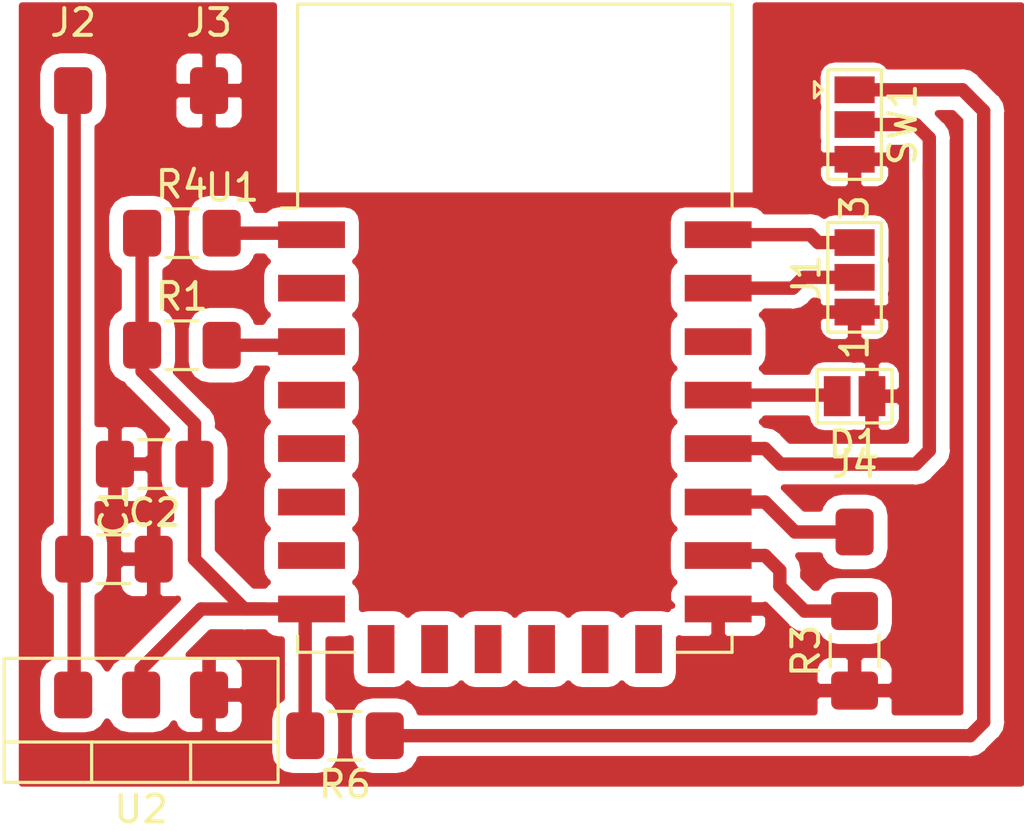
<source format=kicad_pcb>
(kicad_pcb (version 20171130) (host pcbnew "(5.0.1-3-g963ef8bb5)")

  (general
    (thickness 1.6)
    (drawings 1)
    (tracks 48)
    (zones 0)
    (modules 14)
    (nets 13)
  )

  (page A4)
  (layers
    (0 F.Cu signal)
    (31 B.Cu signal)
    (32 B.Adhes user)
    (33 F.Adhes user)
    (34 B.Paste user)
    (35 F.Paste user)
    (36 B.SilkS user)
    (37 F.SilkS user)
    (38 B.Mask user)
    (39 F.Mask user)
    (40 Dwgs.User user)
    (41 Cmts.User user)
    (42 Eco1.User user)
    (43 Eco2.User user)
    (44 Edge.Cuts user)
    (45 Margin user hide)
    (46 B.CrtYd user)
    (47 F.CrtYd user)
    (48 B.Fab user hide)
    (49 F.Fab user hide)
  )

  (setup
    (last_trace_width 0.5)
    (trace_clearance 0.5)
    (zone_clearance 0.508)
    (zone_45_only no)
    (trace_min 0.4)
    (segment_width 0.2)
    (edge_width 0.15)
    (via_size 0.8)
    (via_drill 0.4)
    (via_min_size 0.4)
    (via_min_drill 0.3)
    (uvia_size 0.3)
    (uvia_drill 0.1)
    (uvias_allowed no)
    (uvia_min_size 0.2)
    (uvia_min_drill 0.1)
    (pcb_text_width 0.3)
    (pcb_text_size 1.5 1.5)
    (mod_edge_width 0.15)
    (mod_text_size 1 1)
    (mod_text_width 0.15)
    (pad_size 1.425 1.75)
    (pad_drill 0)
    (pad_to_mask_clearance 0.051)
    (solder_mask_min_width 0.25)
    (aux_axis_origin 118.11 66.04)
    (grid_origin 118.11 66.04)
    (visible_elements FFEFFFFF)
    (pcbplotparams
      (layerselection 0x00000_7fffffff)
      (usegerberextensions false)
      (usegerberattributes false)
      (usegerberadvancedattributes false)
      (creategerberjobfile false)
      (excludeedgelayer false)
      (linewidth 0.100000)
      (plotframeref false)
      (viasonmask false)
      (mode 1)
      (useauxorigin false)
      (hpglpennumber 1)
      (hpglpenspeed 20)
      (hpglpendiameter 15.000000)
      (psnegative false)
      (psa4output false)
      (plotreference false)
      (plotvalue false)
      (plotinvisibletext false)
      (padsonsilk true)
      (subtractmaskfromsilk false)
      (outputformat 5)
      (mirror false)
      (drillshape 0)
      (scaleselection 1)
      (outputdirectory "/Users/markus/Library/Mobile Documents/com~apple~CloudDocs/projects/kicad/projects/esp-dmx-shield/"))
  )

  (net 0 "")
  (net 1 GND)
  (net 2 +5V)
  (net 3 +3V3)
  (net 4 "Net-(J1-Pad3)")
  (net 5 "Net-(J1-Pad2)")
  (net 6 "Net-(R1-Pad2)")
  (net 7 "Net-(R3-Pad2)")
  (net 8 "Net-(SW1-Pad2)")
  (net 9 "Net-(R4-Pad2)")
  (net 10 "Net-(R6-Pad1)")
  (net 11 "Net-(D1-Pad2)")
  (net 12 "Net-(J4-Pad1)")

  (net_class Default "This is the default net class."
    (clearance 0.5)
    (trace_width 0.5)
    (via_dia 0.8)
    (via_drill 0.4)
    (uvia_dia 0.3)
    (uvia_drill 0.1)
    (diff_pair_gap 0.45)
    (diff_pair_width 0.4)
    (add_net +3V3)
    (add_net +5V)
    (add_net GND)
    (add_net "Net-(D1-Pad2)")
    (add_net "Net-(J1-Pad2)")
    (add_net "Net-(J1-Pad3)")
    (add_net "Net-(J4-Pad1)")
    (add_net "Net-(R1-Pad2)")
    (add_net "Net-(R3-Pad2)")
    (add_net "Net-(R4-Pad2)")
    (add_net "Net-(R6-Pad1)")
    (add_net "Net-(SW1-Pad2)")
  )

  (module Capacitor_SMD:C_1206_3216Metric_Pad1.42x1.75mm_HandSolder (layer F.Cu) (tedit 5C51BB26) (tstamp 5C5A379E)
    (at 122.174 87.376)
    (descr "Capacitor SMD 1206 (3216 Metric), square (rectangular) end terminal, IPC_7351 nominal with elongated pad for handsoldering. (Body size source: http://www.tortai-tech.com/upload/download/2011102023233369053.pdf), generated with kicad-footprint-generator")
    (tags "capacitor handsolder")
    (path /5C4EE3AC)
    (attr smd)
    (fp_text reference C1 (at 0 -1.82 90) (layer F.SilkS)
      (effects (font (size 1 1) (thickness 0.15)))
    )
    (fp_text value 100nF (at 0 1.82) (layer F.Fab)
      (effects (font (size 1 1) (thickness 0.15)))
    )
    (fp_text user %R (at 0 0) (layer F.Fab)
      (effects (font (size 0.8 0.8) (thickness 0.12)))
    )
    (fp_line (start 2.45 1.12) (end -2.45 1.12) (layer F.CrtYd) (width 0.05))
    (fp_line (start 2.45 -1.12) (end 2.45 1.12) (layer F.CrtYd) (width 0.05))
    (fp_line (start -2.45 -1.12) (end 2.45 -1.12) (layer F.CrtYd) (width 0.05))
    (fp_line (start -2.45 1.12) (end -2.45 -1.12) (layer F.CrtYd) (width 0.05))
    (fp_line (start -0.602064 0.91) (end 0.602064 0.91) (layer F.SilkS) (width 0.12))
    (fp_line (start -0.602064 -0.91) (end 0.602064 -0.91) (layer F.SilkS) (width 0.12))
    (fp_line (start 1.6 0.8) (end -1.6 0.8) (layer F.Fab) (width 0.1))
    (fp_line (start 1.6 -0.8) (end 1.6 0.8) (layer F.Fab) (width 0.1))
    (fp_line (start -1.6 -0.8) (end 1.6 -0.8) (layer F.Fab) (width 0.1))
    (fp_line (start -1.6 0.8) (end -1.6 -0.8) (layer F.Fab) (width 0.1))
    (pad 2 smd roundrect (at 1.4875 0) (size 1.425 1.75) (layers F.Cu F.Paste F.Mask) (roundrect_rratio 0.175439)
      (net 1 GND))
    (pad 1 smd roundrect (at -1.4875 0) (size 1.425 1.75) (layers F.Cu F.Paste F.Mask) (roundrect_rratio 0.175439)
      (net 2 +5V))
    (model ${KISYS3DMOD}/Capacitor_SMD.3dshapes/C_1206_3216Metric.wrl
      (at (xyz 0 0 0))
      (scale (xyz 1 1 1))
      (rotate (xyz 0 0 0))
    )
  )

  (module Package_TO_SOT_THT:TO-220-3_Vertical (layer F.Cu) (tedit 5AC8BA0D) (tstamp 5C5E3027)
    (at 125.73 92.456 180)
    (descr "TO-220-3, Vertical, RM 2.54mm, see https://www.vishay.com/docs/66542/to-220-1.pdf")
    (tags "TO-220-3 Vertical RM 2.54mm")
    (path /5C51CDE9)
    (fp_text reference U2 (at 2.54 -4.27 180) (layer F.SilkS)
      (effects (font (size 1 1) (thickness 0.15)))
    )
    (fp_text value LD1117S33TR_SOT223 (at 2.54 2.5 180) (layer F.Fab)
      (effects (font (size 1 1) (thickness 0.15)))
    )
    (fp_text user %R (at 2.54 -4.27 180) (layer F.Fab)
      (effects (font (size 1 1) (thickness 0.15)))
    )
    (fp_line (start 7.79 -3.4) (end -2.71 -3.4) (layer F.CrtYd) (width 0.05))
    (fp_line (start 7.79 1.51) (end 7.79 -3.4) (layer F.CrtYd) (width 0.05))
    (fp_line (start -2.71 1.51) (end 7.79 1.51) (layer F.CrtYd) (width 0.05))
    (fp_line (start -2.71 -3.4) (end -2.71 1.51) (layer F.CrtYd) (width 0.05))
    (fp_line (start 4.391 -3.27) (end 4.391 -1.76) (layer F.SilkS) (width 0.12))
    (fp_line (start 0.69 -3.27) (end 0.69 -1.76) (layer F.SilkS) (width 0.12))
    (fp_line (start -2.58 -1.76) (end 7.66 -1.76) (layer F.SilkS) (width 0.12))
    (fp_line (start 7.66 -3.27) (end 7.66 1.371) (layer F.SilkS) (width 0.12))
    (fp_line (start -2.58 -3.27) (end -2.58 1.371) (layer F.SilkS) (width 0.12))
    (fp_line (start -2.58 1.371) (end 7.66 1.371) (layer F.SilkS) (width 0.12))
    (fp_line (start -2.58 -3.27) (end 7.66 -3.27) (layer F.SilkS) (width 0.12))
    (fp_line (start 4.39 -3.15) (end 4.39 -1.88) (layer F.Fab) (width 0.1))
    (fp_line (start 0.69 -3.15) (end 0.69 -1.88) (layer F.Fab) (width 0.1))
    (fp_line (start -2.46 -1.88) (end 7.54 -1.88) (layer F.Fab) (width 0.1))
    (fp_line (start 7.54 -3.15) (end -2.46 -3.15) (layer F.Fab) (width 0.1))
    (fp_line (start 7.54 1.25) (end 7.54 -3.15) (layer F.Fab) (width 0.1))
    (fp_line (start -2.46 1.25) (end 7.54 1.25) (layer F.Fab) (width 0.1))
    (fp_line (start -2.46 -3.15) (end -2.46 1.25) (layer F.Fab) (width 0.1))
    (pad 3 smd roundrect (at 5.08 0 180) (size 1.425 1.75) (layers F.Cu F.Paste F.Mask) (roundrect_rratio 0.175439)
      (net 2 +5V))
    (pad 2 smd roundrect (at 2.54 0 180) (size 1.425 1.75) (layers F.Cu F.Paste F.Mask) (roundrect_rratio 0.175439)
      (net 3 +3V3))
    (pad 1 smd roundrect (at 0 0 180) (size 1.425 1.75) (layers F.Cu F.Paste F.Mask) (roundrect_rratio 0.175439)
      (net 1 GND))
    (model ${KISYS3DMOD}/Package_TO_SOT_THT.3dshapes/TO-220-3_Vertical.wrl
      (at (xyz 0 0 0))
      (scale (xyz 1 1 1))
      (rotate (xyz 0 0 0))
    )
  )

  (module Capacitor_SMD:C_1206_3216Metric_Pad1.42x1.75mm_HandSolder (layer F.Cu) (tedit 5B301BBE) (tstamp 5C5A37AF)
    (at 123.698 83.82 180)
    (descr "Capacitor SMD 1206 (3216 Metric), square (rectangular) end terminal, IPC_7351 nominal with elongated pad for handsoldering. (Body size source: http://www.tortai-tech.com/upload/download/2011102023233369053.pdf), generated with kicad-footprint-generator")
    (tags "capacitor handsolder")
    (path /5C4DCDEE)
    (attr smd)
    (fp_text reference C2 (at 0 -1.82 180) (layer F.SilkS)
      (effects (font (size 1 1) (thickness 0.15)))
    )
    (fp_text value 100nF (at 0 1.82 180) (layer F.Fab)
      (effects (font (size 1 1) (thickness 0.15)))
    )
    (fp_line (start -1.6 0.8) (end -1.6 -0.8) (layer F.Fab) (width 0.1))
    (fp_line (start -1.6 -0.8) (end 1.6 -0.8) (layer F.Fab) (width 0.1))
    (fp_line (start 1.6 -0.8) (end 1.6 0.8) (layer F.Fab) (width 0.1))
    (fp_line (start 1.6 0.8) (end -1.6 0.8) (layer F.Fab) (width 0.1))
    (fp_line (start -0.602064 -0.91) (end 0.602064 -0.91) (layer F.SilkS) (width 0.12))
    (fp_line (start -0.602064 0.91) (end 0.602064 0.91) (layer F.SilkS) (width 0.12))
    (fp_line (start -2.45 1.12) (end -2.45 -1.12) (layer F.CrtYd) (width 0.05))
    (fp_line (start -2.45 -1.12) (end 2.45 -1.12) (layer F.CrtYd) (width 0.05))
    (fp_line (start 2.45 -1.12) (end 2.45 1.12) (layer F.CrtYd) (width 0.05))
    (fp_line (start 2.45 1.12) (end -2.45 1.12) (layer F.CrtYd) (width 0.05))
    (fp_text user %R (at 0 0 180) (layer F.Fab)
      (effects (font (size 0.8 0.8) (thickness 0.12)))
    )
    (pad 1 smd roundrect (at -1.4875 0 180) (size 1.425 1.75) (layers F.Cu F.Paste F.Mask) (roundrect_rratio 0.175439)
      (net 3 +3V3))
    (pad 2 smd roundrect (at 1.4875 0 180) (size 1.425 1.75) (layers F.Cu F.Paste F.Mask) (roundrect_rratio 0.175439)
      (net 1 GND))
    (model ${KISYS3DMOD}/Capacitor_SMD.3dshapes/C_1206_3216Metric.wrl
      (at (xyz 0 0 0))
      (scale (xyz 1 1 1))
      (rotate (xyz 0 0 0))
    )
  )

  (module Jumper:SolderJumper-3_P1.3mm_Open_Pad1.0x1.5mm_NumberLabels (layer F.Cu) (tedit 5A3F6CCC) (tstamp 5C5A37C0)
    (at 149.86 76.835 90)
    (descr "SMD Solder Jumper, 1x1.5mm Pads, 0.3mm gap, open, labeled with numbers")
    (tags "solder jumper open")
    (path /5C4DB517)
    (attr virtual)
    (fp_text reference J1 (at 0 -1.8 90) (layer F.SilkS)
      (effects (font (size 1 1) (thickness 0.15)))
    )
    (fp_text value Conn_01x03_Male (at 0 1.9 90) (layer F.Fab)
      (effects (font (size 1 1) (thickness 0.15)))
    )
    (fp_text user 3 (at 2.6 0 90) (layer F.SilkS)
      (effects (font (size 1 1) (thickness 0.15)))
    )
    (fp_text user 1 (at -2.6 0 90) (layer F.SilkS)
      (effects (font (size 1 1) (thickness 0.15)))
    )
    (fp_line (start -2.05 1) (end -2.05 -1) (layer F.SilkS) (width 0.12))
    (fp_line (start 2.05 1) (end -2.05 1) (layer F.SilkS) (width 0.12))
    (fp_line (start 2.05 -1) (end 2.05 1) (layer F.SilkS) (width 0.12))
    (fp_line (start -2.05 -1) (end 2.05 -1) (layer F.SilkS) (width 0.12))
    (fp_line (start -2.3 -1.25) (end 2.3 -1.25) (layer F.CrtYd) (width 0.05))
    (fp_line (start -2.3 -1.25) (end -2.3 1.25) (layer F.CrtYd) (width 0.05))
    (fp_line (start 2.3 1.25) (end 2.3 -1.25) (layer F.CrtYd) (width 0.05))
    (fp_line (start 2.3 1.25) (end -2.3 1.25) (layer F.CrtYd) (width 0.05))
    (pad 3 smd rect (at 1.3 0 90) (size 1 1.5) (layers F.Cu F.Mask)
      (net 4 "Net-(J1-Pad3)"))
    (pad 2 smd rect (at 0 0 90) (size 1 1.5) (layers F.Cu F.Mask)
      (net 5 "Net-(J1-Pad2)"))
    (pad 1 smd rect (at -1.3 0 90) (size 1 1.5) (layers F.Cu F.Mask)
      (net 1 GND))
  )

  (module Connector_Wire:SolderWirePad_1x01_Drill0.8mm (layer F.Cu) (tedit 5A2676A0) (tstamp 5C5A37CA)
    (at 120.65 69.85)
    (descr "Wire solder connection")
    (tags connector)
    (path /5C4EBE35)
    (attr virtual)
    (fp_text reference J2 (at 0 -2.54) (layer F.SilkS)
      (effects (font (size 1 1) (thickness 0.15)))
    )
    (fp_text value Conn_01x01_Male (at 0 2.54) (layer F.Fab)
      (effects (font (size 1 1) (thickness 0.15)))
    )
    (fp_text user %R (at 0 0) (layer F.Fab)
      (effects (font (size 1 1) (thickness 0.15)))
    )
    (fp_line (start -1.5 -1.5) (end 1.5 -1.5) (layer F.CrtYd) (width 0.05))
    (fp_line (start -1.5 -1.5) (end -1.5 1.5) (layer F.CrtYd) (width 0.05))
    (fp_line (start 1.5 1.5) (end 1.5 -1.5) (layer F.CrtYd) (width 0.05))
    (fp_line (start 1.5 1.5) (end -1.5 1.5) (layer F.CrtYd) (width 0.05))
    (pad 1 smd roundrect (at 0 0) (size 1.425 1.75) (layers F.Cu F.Paste F.Mask) (roundrect_rratio 0.175439)
      (net 2 +5V))
  )

  (module Connector_Wire:SolderWirePad_1x01_Drill0.8mm (layer F.Cu) (tedit 5A2676A0) (tstamp 5C5A37D4)
    (at 125.73 69.85)
    (descr "Wire solder connection")
    (tags connector)
    (path /5C4EC3CB)
    (attr virtual)
    (fp_text reference J3 (at 0 -2.54) (layer F.SilkS)
      (effects (font (size 1 1) (thickness 0.15)))
    )
    (fp_text value Conn_01x01_Male (at 0 2.54) (layer F.Fab)
      (effects (font (size 1 1) (thickness 0.15)))
    )
    (fp_line (start 1.5 1.5) (end -1.5 1.5) (layer F.CrtYd) (width 0.05))
    (fp_line (start 1.5 1.5) (end 1.5 -1.5) (layer F.CrtYd) (width 0.05))
    (fp_line (start -1.5 -1.5) (end -1.5 1.5) (layer F.CrtYd) (width 0.05))
    (fp_line (start -1.5 -1.5) (end 1.5 -1.5) (layer F.CrtYd) (width 0.05))
    (fp_text user %R (at 0 0) (layer F.Fab)
      (effects (font (size 1 1) (thickness 0.15)))
    )
    (pad 1 smd roundrect (at 0 0) (size 1.425 1.75) (layers F.Cu F.Paste F.Mask) (roundrect_rratio 0.175439)
      (net 1 GND))
  )

  (module Resistor_SMD:R_1206_3216Metric_Pad1.42x1.75mm_HandSolder (layer F.Cu) (tedit 5B301BBD) (tstamp 5C5A37E5)
    (at 124.714 79.375)
    (descr "Resistor SMD 1206 (3216 Metric), square (rectangular) end terminal, IPC_7351 nominal with elongated pad for handsoldering. (Body size source: http://www.tortai-tech.com/upload/download/2011102023233369053.pdf), generated with kicad-footprint-generator")
    (tags "resistor handsolder")
    (path /5C4DD5FD)
    (attr smd)
    (fp_text reference R1 (at 0 -1.82) (layer F.SilkS)
      (effects (font (size 1 1) (thickness 0.15)))
    )
    (fp_text value 4k7 (at 0 1.82) (layer F.Fab)
      (effects (font (size 1 1) (thickness 0.15)))
    )
    (fp_text user %R (at 0 0) (layer F.Fab)
      (effects (font (size 0.8 0.8) (thickness 0.12)))
    )
    (fp_line (start 2.45 1.12) (end -2.45 1.12) (layer F.CrtYd) (width 0.05))
    (fp_line (start 2.45 -1.12) (end 2.45 1.12) (layer F.CrtYd) (width 0.05))
    (fp_line (start -2.45 -1.12) (end 2.45 -1.12) (layer F.CrtYd) (width 0.05))
    (fp_line (start -2.45 1.12) (end -2.45 -1.12) (layer F.CrtYd) (width 0.05))
    (fp_line (start -0.602064 0.91) (end 0.602064 0.91) (layer F.SilkS) (width 0.12))
    (fp_line (start -0.602064 -0.91) (end 0.602064 -0.91) (layer F.SilkS) (width 0.12))
    (fp_line (start 1.6 0.8) (end -1.6 0.8) (layer F.Fab) (width 0.1))
    (fp_line (start 1.6 -0.8) (end 1.6 0.8) (layer F.Fab) (width 0.1))
    (fp_line (start -1.6 -0.8) (end 1.6 -0.8) (layer F.Fab) (width 0.1))
    (fp_line (start -1.6 0.8) (end -1.6 -0.8) (layer F.Fab) (width 0.1))
    (pad 2 smd roundrect (at 1.4875 0) (size 1.425 1.75) (layers F.Cu F.Paste F.Mask) (roundrect_rratio 0.175439)
      (net 6 "Net-(R1-Pad2)"))
    (pad 1 smd roundrect (at -1.4875 0) (size 1.425 1.75) (layers F.Cu F.Paste F.Mask) (roundrect_rratio 0.175439)
      (net 3 +3V3))
    (model ${KISYS3DMOD}/Resistor_SMD.3dshapes/R_1206_3216Metric.wrl
      (at (xyz 0 0 0))
      (scale (xyz 1 1 1))
      (rotate (xyz 0 0 0))
    )
  )

  (module Resistor_SMD:R_1206_3216Metric_Pad1.42x1.75mm_HandSolder (layer F.Cu) (tedit 5B301BBD) (tstamp 5C5A3807)
    (at 149.86 90.805 90)
    (descr "Resistor SMD 1206 (3216 Metric), square (rectangular) end terminal, IPC_7351 nominal with elongated pad for handsoldering. (Body size source: http://www.tortai-tech.com/upload/download/2011102023233369053.pdf), generated with kicad-footprint-generator")
    (tags "resistor handsolder")
    (path /5C4DC610)
    (attr smd)
    (fp_text reference R3 (at 0 -1.82 90) (layer F.SilkS)
      (effects (font (size 1 1) (thickness 0.15)))
    )
    (fp_text value 4k7 (at 0 1.82 90) (layer F.Fab)
      (effects (font (size 1 1) (thickness 0.15)))
    )
    (fp_line (start -1.6 0.8) (end -1.6 -0.8) (layer F.Fab) (width 0.1))
    (fp_line (start -1.6 -0.8) (end 1.6 -0.8) (layer F.Fab) (width 0.1))
    (fp_line (start 1.6 -0.8) (end 1.6 0.8) (layer F.Fab) (width 0.1))
    (fp_line (start 1.6 0.8) (end -1.6 0.8) (layer F.Fab) (width 0.1))
    (fp_line (start -0.602064 -0.91) (end 0.602064 -0.91) (layer F.SilkS) (width 0.12))
    (fp_line (start -0.602064 0.91) (end 0.602064 0.91) (layer F.SilkS) (width 0.12))
    (fp_line (start -2.45 1.12) (end -2.45 -1.12) (layer F.CrtYd) (width 0.05))
    (fp_line (start -2.45 -1.12) (end 2.45 -1.12) (layer F.CrtYd) (width 0.05))
    (fp_line (start 2.45 -1.12) (end 2.45 1.12) (layer F.CrtYd) (width 0.05))
    (fp_line (start 2.45 1.12) (end -2.45 1.12) (layer F.CrtYd) (width 0.05))
    (fp_text user %R (at 0 0 90) (layer F.Fab)
      (effects (font (size 0.8 0.8) (thickness 0.12)))
    )
    (pad 1 smd roundrect (at -1.4875 0 90) (size 1.425 1.75) (layers F.Cu F.Paste F.Mask) (roundrect_rratio 0.175439)
      (net 1 GND))
    (pad 2 smd roundrect (at 1.4875 0 90) (size 1.425 1.75) (layers F.Cu F.Paste F.Mask) (roundrect_rratio 0.175439)
      (net 7 "Net-(R3-Pad2)"))
    (model ${KISYS3DMOD}/Resistor_SMD.3dshapes/R_1206_3216Metric.wrl
      (at (xyz 0 0 0))
      (scale (xyz 1 1 1))
      (rotate (xyz 0 0 0))
    )
  )

  (module Resistor_SMD:R_1206_3216Metric_Pad1.42x1.75mm_HandSolder (layer F.Cu) (tedit 5B301BBD) (tstamp 5C5A3818)
    (at 124.714 75.184)
    (descr "Resistor SMD 1206 (3216 Metric), square (rectangular) end terminal, IPC_7351 nominal with elongated pad for handsoldering. (Body size source: http://www.tortai-tech.com/upload/download/2011102023233369053.pdf), generated with kicad-footprint-generator")
    (tags "resistor handsolder")
    (path /5C4DCDF9)
    (attr smd)
    (fp_text reference R4 (at 0 -1.82) (layer F.SilkS)
      (effects (font (size 1 1) (thickness 0.15)))
    )
    (fp_text value 4k7 (at 0 1.82) (layer F.Fab)
      (effects (font (size 1 1) (thickness 0.15)))
    )
    (fp_text user %R (at 0 0) (layer F.Fab)
      (effects (font (size 0.8 0.8) (thickness 0.12)))
    )
    (fp_line (start 2.45 1.12) (end -2.45 1.12) (layer F.CrtYd) (width 0.05))
    (fp_line (start 2.45 -1.12) (end 2.45 1.12) (layer F.CrtYd) (width 0.05))
    (fp_line (start -2.45 -1.12) (end 2.45 -1.12) (layer F.CrtYd) (width 0.05))
    (fp_line (start -2.45 1.12) (end -2.45 -1.12) (layer F.CrtYd) (width 0.05))
    (fp_line (start -0.602064 0.91) (end 0.602064 0.91) (layer F.SilkS) (width 0.12))
    (fp_line (start -0.602064 -0.91) (end 0.602064 -0.91) (layer F.SilkS) (width 0.12))
    (fp_line (start 1.6 0.8) (end -1.6 0.8) (layer F.Fab) (width 0.1))
    (fp_line (start 1.6 -0.8) (end 1.6 0.8) (layer F.Fab) (width 0.1))
    (fp_line (start -1.6 -0.8) (end 1.6 -0.8) (layer F.Fab) (width 0.1))
    (fp_line (start -1.6 0.8) (end -1.6 -0.8) (layer F.Fab) (width 0.1))
    (pad 2 smd roundrect (at 1.4875 0) (size 1.425 1.75) (layers F.Cu F.Paste F.Mask) (roundrect_rratio 0.175439)
      (net 9 "Net-(R4-Pad2)"))
    (pad 1 smd roundrect (at -1.4875 0) (size 1.425 1.75) (layers F.Cu F.Paste F.Mask) (roundrect_rratio 0.175439)
      (net 3 +3V3))
    (model ${KISYS3DMOD}/Resistor_SMD.3dshapes/R_1206_3216Metric.wrl
      (at (xyz 0 0 0))
      (scale (xyz 1 1 1))
      (rotate (xyz 0 0 0))
    )
  )

  (module Resistor_SMD:R_1206_3216Metric_Pad1.42x1.75mm_HandSolder (layer F.Cu) (tedit 5B301BBD) (tstamp 5C5A3829)
    (at 130.81 93.98 180)
    (descr "Resistor SMD 1206 (3216 Metric), square (rectangular) end terminal, IPC_7351 nominal with elongated pad for handsoldering. (Body size source: http://www.tortai-tech.com/upload/download/2011102023233369053.pdf), generated with kicad-footprint-generator")
    (tags "resistor handsolder")
    (path /5C4DEC88)
    (attr smd)
    (fp_text reference R6 (at 0 -1.82 180) (layer F.SilkS)
      (effects (font (size 1 1) (thickness 0.15)))
    )
    (fp_text value 4k7 (at 0 1.82 180) (layer F.Fab)
      (effects (font (size 1 1) (thickness 0.15)))
    )
    (fp_line (start -1.6 0.8) (end -1.6 -0.8) (layer F.Fab) (width 0.1))
    (fp_line (start -1.6 -0.8) (end 1.6 -0.8) (layer F.Fab) (width 0.1))
    (fp_line (start 1.6 -0.8) (end 1.6 0.8) (layer F.Fab) (width 0.1))
    (fp_line (start 1.6 0.8) (end -1.6 0.8) (layer F.Fab) (width 0.1))
    (fp_line (start -0.602064 -0.91) (end 0.602064 -0.91) (layer F.SilkS) (width 0.12))
    (fp_line (start -0.602064 0.91) (end 0.602064 0.91) (layer F.SilkS) (width 0.12))
    (fp_line (start -2.45 1.12) (end -2.45 -1.12) (layer F.CrtYd) (width 0.05))
    (fp_line (start -2.45 -1.12) (end 2.45 -1.12) (layer F.CrtYd) (width 0.05))
    (fp_line (start 2.45 -1.12) (end 2.45 1.12) (layer F.CrtYd) (width 0.05))
    (fp_line (start 2.45 1.12) (end -2.45 1.12) (layer F.CrtYd) (width 0.05))
    (fp_text user %R (at 0 0 180) (layer F.Fab)
      (effects (font (size 0.8 0.8) (thickness 0.12)))
    )
    (pad 1 smd roundrect (at -1.4875 0 180) (size 1.425 1.75) (layers F.Cu F.Paste F.Mask) (roundrect_rratio 0.175439)
      (net 10 "Net-(R6-Pad1)"))
    (pad 2 smd roundrect (at 1.4875 0 180) (size 1.425 1.75) (layers F.Cu F.Paste F.Mask) (roundrect_rratio 0.175439)
      (net 3 +3V3))
    (model ${KISYS3DMOD}/Resistor_SMD.3dshapes/R_1206_3216Metric.wrl
      (at (xyz 0 0 0))
      (scale (xyz 1 1 1))
      (rotate (xyz 0 0 0))
    )
  )

  (module Jumper:SolderJumper-3_P1.3mm_Open_Pad1.0x1.5mm (layer F.Cu) (tedit 5C4DCDE4) (tstamp 5C5A383B)
    (at 149.86 71.12 270)
    (descr "SMD Solder 3-pad Jumper, 1x1.5mm Pads, 0.3mm gap, open")
    (tags "solder jumper open")
    (path /5C4DFB1D)
    (attr virtual)
    (fp_text reference SW1 (at 0 -1.8 270) (layer F.SilkS)
      (effects (font (size 1 1) (thickness 0.15)))
    )
    (fp_text value SW_SPDT (at 0 2 270) (layer F.Fab)
      (effects (font (size 1 1) (thickness 0.15)))
    )
    (fp_line (start -1.3 1.2) (end -1 1.5) (layer F.SilkS) (width 0.12))
    (fp_line (start -1.6 1.5) (end -1 1.5) (layer F.SilkS) (width 0.12))
    (fp_line (start -1.3 1.2) (end -1.6 1.5) (layer F.SilkS) (width 0.12))
    (fp_line (start -2.05 1) (end -2.05 -1) (layer F.SilkS) (width 0.12))
    (fp_line (start 2.05 1) (end -2.05 1) (layer F.SilkS) (width 0.12))
    (fp_line (start 2.05 -1) (end 2.05 1) (layer F.SilkS) (width 0.12))
    (fp_line (start -2.05 -1) (end 2.05 -1) (layer F.SilkS) (width 0.12))
    (fp_line (start -2.3 -1.25) (end 2.3 -1.25) (layer F.CrtYd) (width 0.05))
    (fp_line (start -2.3 -1.25) (end -2.3 1.25) (layer F.CrtYd) (width 0.05))
    (fp_line (start 2.3 1.25) (end 2.3 -1.25) (layer F.CrtYd) (width 0.05))
    (fp_line (start 2.3 1.25) (end -2.3 1.25) (layer F.CrtYd) (width 0.05))
    (pad 3 smd rect (at 1.3 0 270) (size 1 1.5) (layers F.Cu F.Mask)
      (net 1 GND))
    (pad 2 smd rect (at 0 0 270) (size 1 1.5) (layers F.Cu F.Mask)
      (net 8 "Net-(SW1-Pad2)"))
    (pad 1 smd rect (at -1.3 0 270) (size 1 1.5) (layers F.Cu F.Mask)
      (net 10 "Net-(R6-Pad1)"))
  )

  (module RF_Module:ESP-12E (layer F.Cu) (tedit 5A030172) (tstamp 5C5A3876)
    (at 137.16 78.74)
    (descr "Wi-Fi Module, http://wiki.ai-thinker.com/_media/esp8266/docs/aithinker_esp_12f_datasheet_en.pdf")
    (tags "Wi-Fi Module")
    (path /5C4DAD3D)
    (attr smd)
    (fp_text reference U1 (at -10.56 -5.26) (layer F.SilkS)
      (effects (font (size 1 1) (thickness 0.15)))
    )
    (fp_text value ESP-12E (at -0.06 -12.78) (layer F.Fab)
      (effects (font (size 1 1) (thickness 0.15)))
    )
    (fp_text user Antenna (at -0.06 -7 180) (layer Cmts.User)
      (effects (font (size 1 1) (thickness 0.15)))
    )
    (fp_text user "KEEP-OUT ZONE" (at 0.03 -9.55 180) (layer Cmts.User)
      (effects (font (size 1 1) (thickness 0.15)))
    )
    (fp_text user %R (at 0.49 -0.8) (layer F.Fab)
      (effects (font (size 1 1) (thickness 0.15)))
    )
    (fp_line (start -8 -12) (end 8 -12) (layer F.Fab) (width 0.12))
    (fp_line (start 8 -12) (end 8 12) (layer F.Fab) (width 0.12))
    (fp_line (start 8 12) (end -8 12) (layer F.Fab) (width 0.12))
    (fp_line (start -8 12) (end -8 -3) (layer F.Fab) (width 0.12))
    (fp_line (start -8 -3) (end -7.5 -3.5) (layer F.Fab) (width 0.12))
    (fp_line (start -7.5 -3.5) (end -8 -4) (layer F.Fab) (width 0.12))
    (fp_line (start -8 -4) (end -8 -12) (layer F.Fab) (width 0.12))
    (fp_line (start -9.05 -12.2) (end 9.05 -12.2) (layer F.CrtYd) (width 0.05))
    (fp_line (start 9.05 -12.2) (end 9.05 13.1) (layer F.CrtYd) (width 0.05))
    (fp_line (start 9.05 13.1) (end -9.05 13.1) (layer F.CrtYd) (width 0.05))
    (fp_line (start -9.05 13.1) (end -9.05 -12.2) (layer F.CrtYd) (width 0.05))
    (fp_line (start -8.12 -12.12) (end 8.12 -12.12) (layer F.SilkS) (width 0.12))
    (fp_line (start 8.12 -12.12) (end 8.12 -4.5) (layer F.SilkS) (width 0.12))
    (fp_line (start 8.12 11.5) (end 8.12 12.12) (layer F.SilkS) (width 0.12))
    (fp_line (start 8.12 12.12) (end 6 12.12) (layer F.SilkS) (width 0.12))
    (fp_line (start -6 12.12) (end -8.12 12.12) (layer F.SilkS) (width 0.12))
    (fp_line (start -8.12 12.12) (end -8.12 11.5) (layer F.SilkS) (width 0.12))
    (fp_line (start -8.12 -4.5) (end -8.12 -12.12) (layer F.SilkS) (width 0.12))
    (fp_line (start -8.12 -4.5) (end -8.73 -4.5) (layer F.SilkS) (width 0.12))
    (fp_line (start -8.12 -12.12) (end 8.12 -12.12) (layer Dwgs.User) (width 0.12))
    (fp_line (start 8.12 -12.12) (end 8.12 -4.8) (layer Dwgs.User) (width 0.12))
    (fp_line (start 8.12 -4.8) (end -8.12 -4.8) (layer Dwgs.User) (width 0.12))
    (fp_line (start -8.12 -4.8) (end -8.12 -12.12) (layer Dwgs.User) (width 0.12))
    (fp_line (start -8.12 -9.12) (end -5.12 -12.12) (layer Dwgs.User) (width 0.12))
    (fp_line (start -8.12 -6.12) (end -2.12 -12.12) (layer Dwgs.User) (width 0.12))
    (fp_line (start -6.44 -4.8) (end 0.88 -12.12) (layer Dwgs.User) (width 0.12))
    (fp_line (start -3.44 -4.8) (end 3.88 -12.12) (layer Dwgs.User) (width 0.12))
    (fp_line (start -0.44 -4.8) (end 6.88 -12.12) (layer Dwgs.User) (width 0.12))
    (fp_line (start 2.56 -4.8) (end 8.12 -10.36) (layer Dwgs.User) (width 0.12))
    (fp_line (start 5.56 -4.8) (end 8.12 -7.36) (layer Dwgs.User) (width 0.12))
    (pad 1 smd rect (at -7.6 -3.5) (size 2.5 1) (layers F.Cu F.Paste F.Mask)
      (net 9 "Net-(R4-Pad2)"))
    (pad 2 smd rect (at -7.6 -1.5) (size 2.5 1) (layers F.Cu F.Paste F.Mask))
    (pad 3 smd rect (at -7.6 0.5) (size 2.5 1) (layers F.Cu F.Paste F.Mask)
      (net 6 "Net-(R1-Pad2)"))
    (pad 4 smd rect (at -7.6 2.5) (size 2.5 1) (layers F.Cu F.Paste F.Mask))
    (pad 5 smd rect (at -7.6 4.5) (size 2.5 1) (layers F.Cu F.Paste F.Mask))
    (pad 6 smd rect (at -7.6 6.5) (size 2.5 1) (layers F.Cu F.Paste F.Mask))
    (pad 7 smd rect (at -7.6 8.5) (size 2.5 1) (layers F.Cu F.Paste F.Mask))
    (pad 8 smd rect (at -7.6 10.5) (size 2.5 1) (layers F.Cu F.Paste F.Mask)
      (net 3 +3V3))
    (pad 9 smd rect (at -5 12) (size 1 1.8) (layers F.Cu F.Paste F.Mask))
    (pad 10 smd rect (at -3 12) (size 1 1.8) (layers F.Cu F.Paste F.Mask))
    (pad 11 smd rect (at -1 12) (size 1 1.8) (layers F.Cu F.Paste F.Mask))
    (pad 12 smd rect (at 1 12) (size 1 1.8) (layers F.Cu F.Paste F.Mask))
    (pad 13 smd rect (at 3 12) (size 1 1.8) (layers F.Cu F.Paste F.Mask))
    (pad 14 smd rect (at 5 12) (size 1 1.8) (layers F.Cu F.Paste F.Mask))
    (pad 15 smd rect (at 7.6 10.5) (size 2.5 1) (layers F.Cu F.Paste F.Mask)
      (net 1 GND))
    (pad 16 smd rect (at 7.6 8.5) (size 2.5 1) (layers F.Cu F.Paste F.Mask)
      (net 7 "Net-(R3-Pad2)"))
    (pad 17 smd rect (at 7.6 6.5) (size 2.5 1) (layers F.Cu F.Paste F.Mask)
      (net 12 "Net-(J4-Pad1)"))
    (pad 18 smd rect (at 7.6 4.5) (size 2.5 1) (layers F.Cu F.Paste F.Mask)
      (net 8 "Net-(SW1-Pad2)"))
    (pad 19 smd rect (at 7.6 2.5) (size 2.5 1) (layers F.Cu F.Paste F.Mask)
      (net 11 "Net-(D1-Pad2)"))
    (pad 20 smd rect (at 7.6 0.5) (size 2.5 1) (layers F.Cu F.Paste F.Mask))
    (pad 21 smd rect (at 7.6 -1.5) (size 2.5 1) (layers F.Cu F.Paste F.Mask)
      (net 5 "Net-(J1-Pad2)"))
    (pad 22 smd rect (at 7.6 -3.5) (size 2.5 1) (layers F.Cu F.Paste F.Mask)
      (net 4 "Net-(J1-Pad3)"))
    (model ${KISYS3DMOD}/RF_Module.3dshapes/ESP-12E.wrl
      (at (xyz 0 0 0))
      (scale (xyz 1 1 1))
      (rotate (xyz 0 0 0))
    )
  )

  (module Jumper:SolderJumper-2_P1.3mm_Open_Pad1.0x1.5mm (layer F.Cu) (tedit 5A3EABFC) (tstamp 5C5A3055)
    (at 149.86 81.28 180)
    (descr "SMD Solder Jumper, 1x1.5mm Pads, 0.3mm gap, open")
    (tags "solder jumper open")
    (path /5C502D68)
    (attr virtual)
    (fp_text reference D1 (at 0 -1.8 180) (layer F.SilkS)
      (effects (font (size 1 1) (thickness 0.15)))
    )
    (fp_text value LED (at 0 1.9 180) (layer F.Fab)
      (effects (font (size 1 1) (thickness 0.15)))
    )
    (fp_line (start -1.4 1) (end -1.4 -1) (layer F.SilkS) (width 0.12))
    (fp_line (start 1.4 1) (end -1.4 1) (layer F.SilkS) (width 0.12))
    (fp_line (start 1.4 -1) (end 1.4 1) (layer F.SilkS) (width 0.12))
    (fp_line (start -1.4 -1) (end 1.4 -1) (layer F.SilkS) (width 0.12))
    (fp_line (start -1.65 -1.25) (end 1.65 -1.25) (layer F.CrtYd) (width 0.05))
    (fp_line (start -1.65 -1.25) (end -1.65 1.25) (layer F.CrtYd) (width 0.05))
    (fp_line (start 1.65 1.25) (end 1.65 -1.25) (layer F.CrtYd) (width 0.05))
    (fp_line (start 1.65 1.25) (end -1.65 1.25) (layer F.CrtYd) (width 0.05))
    (pad 2 smd rect (at 0.65 0 180) (size 1 1.5) (layers F.Cu F.Mask)
      (net 11 "Net-(D1-Pad2)"))
    (pad 1 smd rect (at -0.65 0 180) (size 1 1.5) (layers F.Cu F.Mask)
      (net 1 GND))
  )

  (module Connector_Wire:SolderWirePad_1x01_Drill0.8mm (layer F.Cu) (tedit 5A2676A0) (tstamp 5C5A305F)
    (at 149.86 86.36)
    (descr "Wire solder connection")
    (tags connector)
    (path /5C4F6D43)
    (attr virtual)
    (fp_text reference J4 (at 0 -2.54) (layer F.SilkS)
      (effects (font (size 1 1) (thickness 0.15)))
    )
    (fp_text value Conn_01x01_Male (at 0 2.54) (layer F.Fab)
      (effects (font (size 1 1) (thickness 0.15)))
    )
    (fp_text user %R (at 0 0) (layer F.Fab)
      (effects (font (size 1 1) (thickness 0.15)))
    )
    (fp_line (start -1.5 -1.5) (end 1.5 -1.5) (layer F.CrtYd) (width 0.05))
    (fp_line (start -1.5 -1.5) (end -1.5 1.5) (layer F.CrtYd) (width 0.05))
    (fp_line (start 1.5 1.5) (end 1.5 -1.5) (layer F.CrtYd) (width 0.05))
    (fp_line (start 1.5 1.5) (end -1.5 1.5) (layer F.CrtYd) (width 0.05))
    (pad 1 smd roundrect (at 0 0) (size 1.425 1.75) (layers F.Cu F.Paste F.Mask) (roundrect_rratio 0.175439)
      (net 12 "Net-(J4-Pad1)"))
  )

  (gr_poly (pts (xy 118.618 66.548) (xy 156.21 66.548) (xy 156.21 96.012) (xy 118.618 96.012)) (layer Margin) (width 0.15))

  (segment (start 125.6935 92.0385) (end 125.73 92.075) (width 0.5) (layer F.Cu) (net 1))
  (segment (start 120.6865 92.4195) (end 120.65 92.456) (width 0.5) (layer F.Cu) (net 2))
  (segment (start 120.6865 87.376) (end 120.6865 92.4195) (width 0.5) (layer F.Cu) (net 2))
  (segment (start 120.6865 69.8865) (end 120.6865 87.376) (width 0.5) (layer F.Cu) (net 2))
  (segment (start 129.3225 93.98) (end 129.3225 89.4775) (width 0.5) (layer F.Cu) (net 3))
  (segment (start 125.1855 87.376) (end 125.1855 83.82) (width 0.5) (layer F.Cu) (net 3))
  (segment (start 127.0495 89.24) (end 125.1855 87.376) (width 0.5) (layer F.Cu) (net 3))
  (segment (start 129.56 89.24) (end 127.0495 89.24) (width 0.5) (layer F.Cu) (net 3))
  (segment (start 125.431 89.24) (end 127.81 89.24) (width 0.5) (layer F.Cu) (net 3))
  (segment (start 123.19 91.481) (end 125.431 89.24) (width 0.5) (layer F.Cu) (net 3))
  (segment (start 123.19 92.456) (end 123.19 91.481) (width 0.5) (layer F.Cu) (net 3))
  (segment (start 123.2265 75.184) (end 123.2265 79.375) (width 0.5) (layer F.Cu) (net 3))
  (segment (start 125.1855 82.309) (end 125.1855 83.82) (width 0.5) (layer F.Cu) (net 3))
  (segment (start 123.2265 80.35) (end 125.1855 82.309) (width 0.5) (layer F.Cu) (net 3))
  (segment (start 123.2265 79.375) (end 123.2265 80.35) (width 0.5) (layer F.Cu) (net 3))
  (segment (start 148.203 75.24) (end 144.76 75.24) (width 0.5) (layer F.Cu) (net 4))
  (segment (start 148.498 75.535) (end 148.203 75.24) (width 0.5) (layer F.Cu) (net 4))
  (segment (start 149.86 75.535) (end 148.498 75.535) (width 0.5) (layer F.Cu) (net 4))
  (segment (start 144.76 77.24) (end 147.55 77.24) (width 0.5) (layer F.Cu) (net 5))
  (segment (start 147.955 76.835) (end 149.86 76.835) (width 0.5) (layer F.Cu) (net 5))
  (segment (start 147.55 77.24) (end 147.955 76.835) (width 0.5) (layer F.Cu) (net 5))
  (segment (start 126.2015 79.375) (end 129.425 79.375) (width 0.5) (layer F.Cu) (net 6))
  (segment (start 146.51 87.24) (end 147.066 87.796) (width 0.5) (layer F.Cu) (net 7))
  (segment (start 144.76 87.24) (end 146.51 87.24) (width 0.5) (layer F.Cu) (net 7))
  (segment (start 147.066 87.796) (end 147.066 88.392) (width 0.5) (layer F.Cu) (net 7))
  (segment (start 147.9915 89.3175) (end 149.86 89.3175) (width 0.5) (layer F.Cu) (net 7))
  (segment (start 147.066 88.392) (end 147.9915 89.3175) (width 0.5) (layer F.Cu) (net 7))
  (segment (start 146.51 83.24) (end 147.09 83.82) (width 0.5) (layer F.Cu) (net 8))
  (segment (start 144.76 83.24) (end 146.51 83.24) (width 0.5) (layer F.Cu) (net 8))
  (segment (start 147.09 83.82) (end 152.146 83.82) (width 0.5) (layer F.Cu) (net 8))
  (segment (start 152.146 83.82) (end 152.654 83.312) (width 0.5) (layer F.Cu) (net 8))
  (segment (start 152.654 71.628) (end 152.654 73.152) (width 0.5) (layer F.Cu) (net 8))
  (segment (start 149.86 71.12) (end 152.146 71.12) (width 0.5) (layer F.Cu) (net 8))
  (segment (start 152.146 71.12) (end 152.654 71.628) (width 0.5) (layer F.Cu) (net 8))
  (segment (start 152.654 73.152) (end 152.654 72.613998) (width 0.5) (layer F.Cu) (net 8))
  (segment (start 152.654 83.312) (end 152.654 73.152) (width 0.5) (layer F.Cu) (net 8))
  (segment (start 129.504 75.184) (end 129.56 75.24) (width 0.5) (layer F.Cu) (net 9))
  (segment (start 126.2015 75.184) (end 129.504 75.184) (width 0.5) (layer F.Cu) (net 9))
  (segment (start 153.894 69.82) (end 149.86 69.82) (width 0.5) (layer F.Cu) (net 10))
  (segment (start 154.686 93.472) (end 154.686 70.612) (width 0.5) (layer F.Cu) (net 10))
  (segment (start 154.686 70.612) (end 153.894 69.82) (width 0.5) (layer F.Cu) (net 10))
  (segment (start 154.178 93.98) (end 154.686 93.472) (width 0.5) (layer F.Cu) (net 10))
  (segment (start 132.2975 93.98) (end 154.178 93.98) (width 0.5) (layer F.Cu) (net 10))
  (segment (start 149.17 81.24) (end 149.21 81.28) (width 0.5) (layer F.Cu) (net 11))
  (segment (start 144.76 81.24) (end 149.17 81.24) (width 0.5) (layer F.Cu) (net 11))
  (segment (start 147.63 86.36) (end 149.86 86.36) (width 0.5) (layer F.Cu) (net 12))
  (segment (start 146.51 85.24) (end 147.63 86.36) (width 0.5) (layer F.Cu) (net 12))
  (segment (start 144.76 85.24) (end 146.51 85.24) (width 0.5) (layer F.Cu) (net 12))

  (zone (net 1) (net_name GND) (layer F.Cu) (tstamp 5C5EFB00) (hatch edge 0.508)
    (connect_pads (clearance 0.508))
    (min_thickness 0.254)
    (fill yes (arc_segments 16) (thermal_gap 0.508) (thermal_bridge_width 0.508))
    (polygon
      (pts
        (xy 128.27 66.548) (xy 118.618 66.548) (xy 118.618 95.885) (xy 156.21 95.885) (xy 156.21 66.548)
        (xy 146.05 66.548) (xy 146.05 73.66) (xy 128.27 73.66)
      )
    )
    (filled_polygon
      (pts
        (xy 128.143 73.66) (xy 128.152667 73.708601) (xy 128.180197 73.749803) (xy 128.221399 73.777333) (xy 128.27 73.787)
        (xy 146.05 73.787) (xy 146.098601 73.777333) (xy 146.139803 73.749803) (xy 146.167333 73.708601) (xy 146.177 73.66)
        (xy 146.177 72.70575) (xy 148.475 72.70575) (xy 148.475 73.046309) (xy 148.571673 73.279698) (xy 148.750301 73.458327)
        (xy 148.98369 73.555) (xy 149.57425 73.555) (xy 149.733 73.39625) (xy 149.733 72.547) (xy 149.987 72.547)
        (xy 149.987 73.39625) (xy 150.14575 73.555) (xy 150.73631 73.555) (xy 150.969699 73.458327) (xy 151.148327 73.279698)
        (xy 151.245 73.046309) (xy 151.245 72.70575) (xy 151.08625 72.547) (xy 149.987 72.547) (xy 149.733 72.547)
        (xy 148.63375 72.547) (xy 148.475 72.70575) (xy 146.177 72.70575) (xy 146.177 66.675) (xy 156.083 66.675)
        (xy 156.083 95.758) (xy 118.745 95.758) (xy 118.745 69.225) (xy 119.29006 69.225) (xy 119.29006 70.475)
        (xy 119.358374 70.818435) (xy 119.552914 71.109586) (xy 119.8015 71.275685) (xy 119.801501 85.974703) (xy 119.589414 86.116414)
        (xy 119.394874 86.407565) (xy 119.32656 86.751) (xy 119.32656 88.001) (xy 119.394874 88.344435) (xy 119.589414 88.635586)
        (xy 119.8015 88.777297) (xy 119.801501 91.030314) (xy 119.552914 91.196414) (xy 119.358374 91.487565) (xy 119.29006 91.831)
        (xy 119.29006 93.081) (xy 119.358374 93.424435) (xy 119.552914 93.715586) (xy 119.844065 93.910126) (xy 120.1875 93.97844)
        (xy 121.1125 93.97844) (xy 121.455935 93.910126) (xy 121.747086 93.715586) (xy 121.92 93.456801) (xy 122.092914 93.715586)
        (xy 122.384065 93.910126) (xy 122.7275 93.97844) (xy 123.6525 93.97844) (xy 123.995935 93.910126) (xy 124.287086 93.715586)
        (xy 124.412028 93.528596) (xy 124.479173 93.690699) (xy 124.657802 93.869327) (xy 124.891191 93.966) (xy 125.44425 93.966)
        (xy 125.603 93.80725) (xy 125.603 92.583) (xy 125.857 92.583) (xy 125.857 93.80725) (xy 126.01575 93.966)
        (xy 126.568809 93.966) (xy 126.802198 93.869327) (xy 126.980827 93.690699) (xy 127.0775 93.45731) (xy 127.0775 92.74175)
        (xy 126.91875 92.583) (xy 125.857 92.583) (xy 125.603 92.583) (xy 125.583 92.583) (xy 125.583 92.329)
        (xy 125.603 92.329) (xy 125.603 91.10475) (xy 125.857 91.10475) (xy 125.857 92.329) (xy 126.91875 92.329)
        (xy 127.0775 92.17025) (xy 127.0775 91.45469) (xy 126.980827 91.221301) (xy 126.802198 91.042673) (xy 126.568809 90.946)
        (xy 126.01575 90.946) (xy 125.857 91.10475) (xy 125.603 91.10475) (xy 125.44425 90.946) (xy 124.976579 90.946)
        (xy 125.797579 90.125) (xy 126.96234 90.125) (xy 127.049499 90.142337) (xy 127.136659 90.125) (xy 127.803541 90.125)
        (xy 127.852191 90.197809) (xy 128.062235 90.338157) (xy 128.31 90.38744) (xy 128.437501 90.38744) (xy 128.4375 92.578703)
        (xy 128.225414 92.720414) (xy 128.030874 93.011565) (xy 127.96256 93.355) (xy 127.96256 94.605) (xy 128.030874 94.948435)
        (xy 128.225414 95.239586) (xy 128.516565 95.434126) (xy 128.86 95.50244) (xy 129.785 95.50244) (xy 130.128435 95.434126)
        (xy 130.419586 95.239586) (xy 130.614126 94.948435) (xy 130.68244 94.605) (xy 130.68244 93.355) (xy 130.614126 93.011565)
        (xy 130.419586 92.720414) (xy 130.2075 92.578703) (xy 130.2075 90.38744) (xy 130.81 90.38744) (xy 131.01256 90.347149)
        (xy 131.01256 91.64) (xy 131.061843 91.887765) (xy 131.202191 92.097809) (xy 131.412235 92.238157) (xy 131.66 92.28744)
        (xy 132.66 92.28744) (xy 132.907765 92.238157) (xy 133.117809 92.097809) (xy 133.16 92.034666) (xy 133.202191 92.097809)
        (xy 133.412235 92.238157) (xy 133.66 92.28744) (xy 134.66 92.28744) (xy 134.907765 92.238157) (xy 135.117809 92.097809)
        (xy 135.16 92.034666) (xy 135.202191 92.097809) (xy 135.412235 92.238157) (xy 135.66 92.28744) (xy 136.66 92.28744)
        (xy 136.907765 92.238157) (xy 137.117809 92.097809) (xy 137.16 92.034666) (xy 137.202191 92.097809) (xy 137.412235 92.238157)
        (xy 137.66 92.28744) (xy 138.66 92.28744) (xy 138.907765 92.238157) (xy 139.117809 92.097809) (xy 139.16 92.034666)
        (xy 139.202191 92.097809) (xy 139.412235 92.238157) (xy 139.66 92.28744) (xy 140.66 92.28744) (xy 140.907765 92.238157)
        (xy 141.117809 92.097809) (xy 141.16 92.034666) (xy 141.202191 92.097809) (xy 141.412235 92.238157) (xy 141.66 92.28744)
        (xy 142.66 92.28744) (xy 142.907765 92.238157) (xy 143.117809 92.097809) (xy 143.258157 91.887765) (xy 143.30744 91.64)
        (xy 143.30744 91.453691) (xy 148.35 91.453691) (xy 148.35 92.00675) (xy 148.50875 92.1655) (xy 149.733 92.1655)
        (xy 149.733 91.10375) (xy 149.987 91.10375) (xy 149.987 92.1655) (xy 151.21125 92.1655) (xy 151.37 92.00675)
        (xy 151.37 91.453691) (xy 151.273327 91.220302) (xy 151.094699 91.041673) (xy 150.86131 90.945) (xy 150.14575 90.945)
        (xy 149.987 91.10375) (xy 149.733 91.10375) (xy 149.57425 90.945) (xy 148.85869 90.945) (xy 148.625301 91.041673)
        (xy 148.446673 91.220302) (xy 148.35 91.453691) (xy 143.30744 91.453691) (xy 143.30744 90.343416) (xy 143.383691 90.375)
        (xy 144.47425 90.375) (xy 144.633 90.21625) (xy 144.633 89.367) (xy 144.887 89.367) (xy 144.887 90.21625)
        (xy 145.04575 90.375) (xy 146.136309 90.375) (xy 146.369698 90.278327) (xy 146.548327 90.099699) (xy 146.645 89.86631)
        (xy 146.645 89.52575) (xy 146.48625 89.367) (xy 144.887 89.367) (xy 144.633 89.367) (xy 144.613 89.367)
        (xy 144.613 89.113) (xy 144.633 89.113) (xy 144.633 89.093) (xy 144.887 89.093) (xy 144.887 89.113)
        (xy 146.48625 89.113) (xy 146.510836 89.088414) (xy 147.304077 89.881656) (xy 147.353451 89.955549) (xy 147.427344 90.004923)
        (xy 147.427345 90.004924) (xy 147.604709 90.123435) (xy 147.64619 90.151152) (xy 147.904335 90.2025) (xy 147.904339 90.2025)
        (xy 147.9915 90.219837) (xy 148.078661 90.2025) (xy 148.458703 90.2025) (xy 148.600414 90.414586) (xy 148.891565 90.609126)
        (xy 149.235 90.67744) (xy 150.485 90.67744) (xy 150.828435 90.609126) (xy 151.119586 90.414586) (xy 151.314126 90.123435)
        (xy 151.38244 89.78) (xy 151.38244 88.855) (xy 151.314126 88.511565) (xy 151.119586 88.220414) (xy 150.828435 88.025874)
        (xy 150.485 87.95756) (xy 149.235 87.95756) (xy 148.891565 88.025874) (xy 148.600414 88.220414) (xy 148.458703 88.4325)
        (xy 148.358079 88.4325) (xy 147.951 88.025422) (xy 147.951 87.883161) (xy 147.968337 87.796) (xy 147.951 87.708839)
        (xy 147.951 87.708835) (xy 147.899652 87.45069) (xy 147.762214 87.245) (xy 148.551778 87.245) (xy 148.568374 87.328435)
        (xy 148.762914 87.619586) (xy 149.054065 87.814126) (xy 149.3975 87.88244) (xy 150.3225 87.88244) (xy 150.665935 87.814126)
        (xy 150.957086 87.619586) (xy 151.151626 87.328435) (xy 151.21994 86.985) (xy 151.21994 85.735) (xy 151.151626 85.391565)
        (xy 150.957086 85.100414) (xy 150.665935 84.905874) (xy 150.3225 84.83756) (xy 149.3975 84.83756) (xy 149.054065 84.905874)
        (xy 148.762914 85.100414) (xy 148.568374 85.391565) (xy 148.551778 85.475) (xy 147.996579 85.475) (xy 147.226578 84.705)
        (xy 152.058839 84.705) (xy 152.146 84.722337) (xy 152.233161 84.705) (xy 152.233165 84.705) (xy 152.49131 84.653652)
        (xy 152.784049 84.458049) (xy 152.833425 84.384153) (xy 153.218154 83.999424) (xy 153.292049 83.950049) (xy 153.487652 83.65731)
        (xy 153.539 83.399165) (xy 153.539 83.399161) (xy 153.556337 83.312001) (xy 153.539 83.224841) (xy 153.539 71.715159)
        (xy 153.556337 71.627999) (xy 153.539 71.540839) (xy 153.539 71.540835) (xy 153.487652 71.28269) (xy 153.292049 70.989951)
        (xy 153.218154 70.940576) (xy 152.982578 70.705) (xy 153.527422 70.705) (xy 153.801001 70.97858) (xy 153.801 93.095)
        (xy 151.37 93.095) (xy 151.37 92.57825) (xy 151.21125 92.4195) (xy 149.987 92.4195) (xy 149.987 92.4395)
        (xy 149.733 92.4395) (xy 149.733 92.4195) (xy 148.50875 92.4195) (xy 148.35 92.57825) (xy 148.35 93.095)
        (xy 133.605722 93.095) (xy 133.589126 93.011565) (xy 133.394586 92.720414) (xy 133.103435 92.525874) (xy 132.76 92.45756)
        (xy 131.835 92.45756) (xy 131.491565 92.525874) (xy 131.200414 92.720414) (xy 131.005874 93.011565) (xy 130.93756 93.355)
        (xy 130.93756 94.605) (xy 131.005874 94.948435) (xy 131.200414 95.239586) (xy 131.491565 95.434126) (xy 131.835 95.50244)
        (xy 132.76 95.50244) (xy 133.103435 95.434126) (xy 133.394586 95.239586) (xy 133.589126 94.948435) (xy 133.605722 94.865)
        (xy 154.090839 94.865) (xy 154.178 94.882337) (xy 154.265161 94.865) (xy 154.265165 94.865) (xy 154.52331 94.813652)
        (xy 154.816049 94.618049) (xy 154.865425 94.544153) (xy 155.250154 94.159424) (xy 155.324049 94.110049) (xy 155.519652 93.81731)
        (xy 155.571 93.559165) (xy 155.571 93.559161) (xy 155.588337 93.472001) (xy 155.571 93.384841) (xy 155.571 70.699159)
        (xy 155.588337 70.611999) (xy 155.571 70.524839) (xy 155.571 70.524835) (xy 155.519652 70.26669) (xy 155.324049 69.973951)
        (xy 155.250156 69.924577) (xy 154.581425 69.255847) (xy 154.532049 69.181951) (xy 154.23931 68.986348) (xy 153.981165 68.935)
        (xy 153.981161 68.935) (xy 153.894 68.917663) (xy 153.806839 68.935) (xy 151.116459 68.935) (xy 151.067809 68.862191)
        (xy 150.857765 68.721843) (xy 150.61 68.67256) (xy 149.11 68.67256) (xy 148.862235 68.721843) (xy 148.652191 68.862191)
        (xy 148.511843 69.072235) (xy 148.46256 69.32) (xy 148.46256 70.32) (xy 148.492397 70.47) (xy 148.46256 70.62)
        (xy 148.46256 71.62) (xy 148.489936 71.757632) (xy 148.475 71.793691) (xy 148.475 72.13425) (xy 148.63375 72.293)
        (xy 149.733 72.293) (xy 149.733 72.273) (xy 149.987 72.273) (xy 149.987 72.293) (xy 151.08625 72.293)
        (xy 151.245 72.13425) (xy 151.245 72.005) (xy 151.769 72.005) (xy 151.769001 72.52683) (xy 151.769 72.526833)
        (xy 151.769 73.239164) (xy 151.769001 73.239169) (xy 151.769 82.935) (xy 147.456579 82.935) (xy 147.197425 82.675846)
        (xy 147.148049 82.601951) (xy 146.85531 82.406348) (xy 146.597165 82.355) (xy 146.597161 82.355) (xy 146.51 82.337663)
        (xy 146.505476 82.338563) (xy 146.467809 82.282191) (xy 146.404666 82.24) (xy 146.467809 82.197809) (xy 146.516459 82.125)
        (xy 148.081456 82.125) (xy 148.111843 82.277765) (xy 148.252191 82.487809) (xy 148.462235 82.628157) (xy 148.71 82.67744)
        (xy 149.71 82.67744) (xy 149.847632 82.650064) (xy 149.883691 82.665) (xy 150.22425 82.665) (xy 150.383 82.50625)
        (xy 150.383 81.407) (xy 150.637 81.407) (xy 150.637 82.50625) (xy 150.79575 82.665) (xy 151.136309 82.665)
        (xy 151.369698 82.568327) (xy 151.548327 82.389699) (xy 151.645 82.15631) (xy 151.645 81.56575) (xy 151.48625 81.407)
        (xy 150.637 81.407) (xy 150.383 81.407) (xy 150.363 81.407) (xy 150.363 81.153) (xy 150.383 81.153)
        (xy 150.383 80.05375) (xy 150.637 80.05375) (xy 150.637 81.153) (xy 151.48625 81.153) (xy 151.645 80.99425)
        (xy 151.645 80.40369) (xy 151.548327 80.170301) (xy 151.369698 79.991673) (xy 151.136309 79.895) (xy 150.79575 79.895)
        (xy 150.637 80.05375) (xy 150.383 80.05375) (xy 150.22425 79.895) (xy 149.883691 79.895) (xy 149.847632 79.909936)
        (xy 149.71 79.88256) (xy 148.71 79.88256) (xy 148.462235 79.931843) (xy 148.252191 80.072191) (xy 148.111843 80.282235)
        (xy 148.097369 80.355) (xy 146.516459 80.355) (xy 146.467809 80.282191) (xy 146.404666 80.24) (xy 146.467809 80.197809)
        (xy 146.608157 79.987765) (xy 146.65744 79.74) (xy 146.65744 78.74) (xy 146.608157 78.492235) (xy 146.560392 78.42075)
        (xy 148.475 78.42075) (xy 148.475 78.761309) (xy 148.571673 78.994698) (xy 148.750301 79.173327) (xy 148.98369 79.27)
        (xy 149.57425 79.27) (xy 149.733 79.11125) (xy 149.733 78.262) (xy 149.987 78.262) (xy 149.987 79.11125)
        (xy 150.14575 79.27) (xy 150.73631 79.27) (xy 150.969699 79.173327) (xy 151.148327 78.994698) (xy 151.245 78.761309)
        (xy 151.245 78.42075) (xy 151.08625 78.262) (xy 149.987 78.262) (xy 149.733 78.262) (xy 148.63375 78.262)
        (xy 148.475 78.42075) (xy 146.560392 78.42075) (xy 146.467809 78.282191) (xy 146.404666 78.24) (xy 146.467809 78.197809)
        (xy 146.516459 78.125) (xy 147.462839 78.125) (xy 147.55 78.142337) (xy 147.637161 78.125) (xy 147.637165 78.125)
        (xy 147.89531 78.073652) (xy 148.188049 77.878049) (xy 148.237425 77.804153) (xy 148.321578 77.72) (xy 148.475 77.72)
        (xy 148.475 77.84925) (xy 148.63375 78.008) (xy 149.733 78.008) (xy 149.733 77.988) (xy 149.987 77.988)
        (xy 149.987 78.008) (xy 151.08625 78.008) (xy 151.245 77.84925) (xy 151.245 77.508691) (xy 151.230064 77.472632)
        (xy 151.25744 77.335) (xy 151.25744 76.335) (xy 151.227603 76.185) (xy 151.25744 76.035) (xy 151.25744 75.035)
        (xy 151.208157 74.787235) (xy 151.067809 74.577191) (xy 150.857765 74.436843) (xy 150.61 74.38756) (xy 149.11 74.38756)
        (xy 148.862235 74.436843) (xy 148.728092 74.526475) (xy 148.54831 74.406348) (xy 148.290165 74.355) (xy 148.290161 74.355)
        (xy 148.203 74.337663) (xy 148.115839 74.355) (xy 146.516459 74.355) (xy 146.467809 74.282191) (xy 146.257765 74.141843)
        (xy 146.01 74.09256) (xy 143.51 74.09256) (xy 143.262235 74.141843) (xy 143.052191 74.282191) (xy 142.911843 74.492235)
        (xy 142.86256 74.74) (xy 142.86256 75.74) (xy 142.911843 75.987765) (xy 143.052191 76.197809) (xy 143.115334 76.24)
        (xy 143.052191 76.282191) (xy 142.911843 76.492235) (xy 142.86256 76.74) (xy 142.86256 77.74) (xy 142.911843 77.987765)
        (xy 143.052191 78.197809) (xy 143.115334 78.24) (xy 143.052191 78.282191) (xy 142.911843 78.492235) (xy 142.86256 78.74)
        (xy 142.86256 79.74) (xy 142.911843 79.987765) (xy 143.052191 80.197809) (xy 143.115334 80.24) (xy 143.052191 80.282191)
        (xy 142.911843 80.492235) (xy 142.86256 80.74) (xy 142.86256 81.74) (xy 142.911843 81.987765) (xy 143.052191 82.197809)
        (xy 143.115334 82.24) (xy 143.052191 82.282191) (xy 142.911843 82.492235) (xy 142.86256 82.74) (xy 142.86256 83.74)
        (xy 142.911843 83.987765) (xy 143.052191 84.197809) (xy 143.115334 84.24) (xy 143.052191 84.282191) (xy 142.911843 84.492235)
        (xy 142.86256 84.74) (xy 142.86256 85.74) (xy 142.911843 85.987765) (xy 143.052191 86.197809) (xy 143.115334 86.24)
        (xy 143.052191 86.282191) (xy 142.911843 86.492235) (xy 142.86256 86.74) (xy 142.86256 87.74) (xy 142.911843 87.987765)
        (xy 143.052191 88.197809) (xy 143.11332 88.238655) (xy 142.971673 88.380301) (xy 142.875 88.61369) (xy 142.875 88.95425)
        (xy 143.033748 89.112998) (xy 142.875 89.112998) (xy 142.875 89.235326) (xy 142.66 89.19256) (xy 141.66 89.19256)
        (xy 141.412235 89.241843) (xy 141.202191 89.382191) (xy 141.16 89.445334) (xy 141.117809 89.382191) (xy 140.907765 89.241843)
        (xy 140.66 89.19256) (xy 139.66 89.19256) (xy 139.412235 89.241843) (xy 139.202191 89.382191) (xy 139.16 89.445334)
        (xy 139.117809 89.382191) (xy 138.907765 89.241843) (xy 138.66 89.19256) (xy 137.66 89.19256) (xy 137.412235 89.241843)
        (xy 137.202191 89.382191) (xy 137.16 89.445334) (xy 137.117809 89.382191) (xy 136.907765 89.241843) (xy 136.66 89.19256)
        (xy 135.66 89.19256) (xy 135.412235 89.241843) (xy 135.202191 89.382191) (xy 135.16 89.445334) (xy 135.117809 89.382191)
        (xy 134.907765 89.241843) (xy 134.66 89.19256) (xy 133.66 89.19256) (xy 133.412235 89.241843) (xy 133.202191 89.382191)
        (xy 133.16 89.445334) (xy 133.117809 89.382191) (xy 132.907765 89.241843) (xy 132.66 89.19256) (xy 131.66 89.19256)
        (xy 131.45744 89.232851) (xy 131.45744 88.74) (xy 131.408157 88.492235) (xy 131.267809 88.282191) (xy 131.204666 88.24)
        (xy 131.267809 88.197809) (xy 131.408157 87.987765) (xy 131.45744 87.74) (xy 131.45744 86.74) (xy 131.408157 86.492235)
        (xy 131.267809 86.282191) (xy 131.204666 86.24) (xy 131.267809 86.197809) (xy 131.408157 85.987765) (xy 131.45744 85.74)
        (xy 131.45744 84.74) (xy 131.408157 84.492235) (xy 131.267809 84.282191) (xy 131.204666 84.24) (xy 131.267809 84.197809)
        (xy 131.408157 83.987765) (xy 131.45744 83.74) (xy 131.45744 82.74) (xy 131.408157 82.492235) (xy 131.267809 82.282191)
        (xy 131.204666 82.24) (xy 131.267809 82.197809) (xy 131.408157 81.987765) (xy 131.45744 81.74) (xy 131.45744 80.74)
        (xy 131.408157 80.492235) (xy 131.267809 80.282191) (xy 131.204666 80.24) (xy 131.267809 80.197809) (xy 131.408157 79.987765)
        (xy 131.45744 79.74) (xy 131.45744 78.74) (xy 131.408157 78.492235) (xy 131.267809 78.282191) (xy 131.204666 78.24)
        (xy 131.267809 78.197809) (xy 131.408157 77.987765) (xy 131.45744 77.74) (xy 131.45744 76.74) (xy 131.408157 76.492235)
        (xy 131.267809 76.282191) (xy 131.204666 76.24) (xy 131.267809 76.197809) (xy 131.408157 75.987765) (xy 131.45744 75.74)
        (xy 131.45744 74.74) (xy 131.408157 74.492235) (xy 131.267809 74.282191) (xy 131.057765 74.141843) (xy 130.81 74.09256)
        (xy 128.31 74.09256) (xy 128.062235 74.141843) (xy 127.852191 74.282191) (xy 127.840959 74.299) (xy 127.509722 74.299)
        (xy 127.493126 74.215565) (xy 127.298586 73.924414) (xy 127.007435 73.729874) (xy 126.664 73.66156) (xy 125.739 73.66156)
        (xy 125.395565 73.729874) (xy 125.104414 73.924414) (xy 124.909874 74.215565) (xy 124.84156 74.559) (xy 124.84156 75.809)
        (xy 124.909874 76.152435) (xy 125.104414 76.443586) (xy 125.395565 76.638126) (xy 125.739 76.70644) (xy 126.664 76.70644)
        (xy 127.007435 76.638126) (xy 127.298586 76.443586) (xy 127.493126 76.152435) (xy 127.509722 76.069) (xy 127.766123 76.069)
        (xy 127.852191 76.197809) (xy 127.915334 76.24) (xy 127.852191 76.282191) (xy 127.711843 76.492235) (xy 127.66256 76.74)
        (xy 127.66256 77.74) (xy 127.711843 77.987765) (xy 127.852191 78.197809) (xy 127.915334 78.24) (xy 127.852191 78.282191)
        (xy 127.713336 78.49) (xy 127.509722 78.49) (xy 127.493126 78.406565) (xy 127.298586 78.115414) (xy 127.007435 77.920874)
        (xy 126.664 77.85256) (xy 125.739 77.85256) (xy 125.395565 77.920874) (xy 125.104414 78.115414) (xy 124.909874 78.406565)
        (xy 124.84156 78.75) (xy 124.84156 80) (xy 124.909874 80.343435) (xy 125.104414 80.634586) (xy 125.395565 80.829126)
        (xy 125.739 80.89744) (xy 126.664 80.89744) (xy 127.007435 80.829126) (xy 127.298586 80.634586) (xy 127.493126 80.343435)
        (xy 127.509722 80.26) (xy 127.885402 80.26) (xy 127.852191 80.282191) (xy 127.711843 80.492235) (xy 127.66256 80.74)
        (xy 127.66256 81.74) (xy 127.711843 81.987765) (xy 127.852191 82.197809) (xy 127.915334 82.24) (xy 127.852191 82.282191)
        (xy 127.711843 82.492235) (xy 127.66256 82.74) (xy 127.66256 83.74) (xy 127.711843 83.987765) (xy 127.852191 84.197809)
        (xy 127.915334 84.24) (xy 127.852191 84.282191) (xy 127.711843 84.492235) (xy 127.66256 84.74) (xy 127.66256 85.74)
        (xy 127.711843 85.987765) (xy 127.852191 86.197809) (xy 127.915334 86.24) (xy 127.852191 86.282191) (xy 127.711843 86.492235)
        (xy 127.66256 86.74) (xy 127.66256 87.74) (xy 127.711843 87.987765) (xy 127.852191 88.197809) (xy 127.915334 88.24)
        (xy 127.852191 88.282191) (xy 127.803541 88.355) (xy 127.416079 88.355) (xy 126.0705 87.009422) (xy 126.0705 85.221297)
        (xy 126.282586 85.079586) (xy 126.477126 84.788435) (xy 126.54544 84.445) (xy 126.54544 83.195) (xy 126.477126 82.851565)
        (xy 126.282586 82.560414) (xy 126.0705 82.418703) (xy 126.0705 82.396159) (xy 126.087837 82.308999) (xy 126.0705 82.221839)
        (xy 126.0705 82.221835) (xy 126.019152 81.96369) (xy 125.823549 81.670951) (xy 125.749656 81.621577) (xy 124.499456 80.371377)
        (xy 124.518126 80.343435) (xy 124.58644 80) (xy 124.58644 78.75) (xy 124.518126 78.406565) (xy 124.323586 78.115414)
        (xy 124.1115 77.973703) (xy 124.1115 76.585297) (xy 124.323586 76.443586) (xy 124.518126 76.152435) (xy 124.58644 75.809)
        (xy 124.58644 74.559) (xy 124.518126 74.215565) (xy 124.323586 73.924414) (xy 124.032435 73.729874) (xy 123.689 73.66156)
        (xy 122.764 73.66156) (xy 122.420565 73.729874) (xy 122.129414 73.924414) (xy 121.934874 74.215565) (xy 121.86656 74.559)
        (xy 121.86656 75.809) (xy 121.934874 76.152435) (xy 122.129414 76.443586) (xy 122.3415 76.585297) (xy 122.341501 77.973703)
        (xy 122.129414 78.115414) (xy 121.934874 78.406565) (xy 121.86656 78.75) (xy 121.86656 80) (xy 121.934874 80.343435)
        (xy 122.129414 80.634586) (xy 122.420565 80.829126) (xy 122.491719 80.84328) (xy 122.539076 80.914154) (xy 122.539078 80.914156)
        (xy 122.588452 80.988049) (xy 122.662345 81.037423) (xy 124.146514 82.521593) (xy 124.088414 82.560414) (xy 123.893874 82.851565)
        (xy 123.82556 83.195) (xy 123.82556 84.445) (xy 123.893874 84.788435) (xy 124.088414 85.079586) (xy 124.300501 85.221297)
        (xy 124.3005 85.866) (xy 123.94725 85.866) (xy 123.7885 86.02475) (xy 123.7885 87.249) (xy 123.8085 87.249)
        (xy 123.8085 87.503) (xy 123.7885 87.503) (xy 123.7885 88.72725) (xy 123.94725 88.886) (xy 124.500309 88.886)
        (xy 124.556835 88.862586) (xy 122.625845 90.793577) (xy 122.551952 90.842951) (xy 122.502578 90.916844) (xy 122.502576 90.916846)
        (xy 122.455219 90.98772) (xy 122.384065 91.001874) (xy 122.092914 91.196414) (xy 121.92 91.455199) (xy 121.747086 91.196414)
        (xy 121.5715 91.079092) (xy 121.5715 88.777297) (xy 121.783586 88.635586) (xy 121.978126 88.344435) (xy 122.04644 88.001)
        (xy 122.04644 87.66175) (xy 122.314 87.66175) (xy 122.314 88.37731) (xy 122.410673 88.610699) (xy 122.589302 88.789327)
        (xy 122.822691 88.886) (xy 123.37575 88.886) (xy 123.5345 88.72725) (xy 123.5345 87.503) (xy 122.47275 87.503)
        (xy 122.314 87.66175) (xy 122.04644 87.66175) (xy 122.04644 86.751) (xy 121.978126 86.407565) (xy 121.95616 86.37469)
        (xy 122.314 86.37469) (xy 122.314 87.09025) (xy 122.47275 87.249) (xy 123.5345 87.249) (xy 123.5345 86.02475)
        (xy 123.37575 85.866) (xy 122.822691 85.866) (xy 122.589302 85.962673) (xy 122.410673 86.141301) (xy 122.314 86.37469)
        (xy 121.95616 86.37469) (xy 121.783586 86.116414) (xy 121.5715 85.974703) (xy 121.5715 85.33) (xy 121.92475 85.33)
        (xy 122.0835 85.17125) (xy 122.0835 83.947) (xy 122.3375 83.947) (xy 122.3375 85.17125) (xy 122.49625 85.33)
        (xy 123.049309 85.33) (xy 123.282698 85.233327) (xy 123.461327 85.054699) (xy 123.558 84.82131) (xy 123.558 84.10575)
        (xy 123.39925 83.947) (xy 122.3375 83.947) (xy 122.0835 83.947) (xy 122.0635 83.947) (xy 122.0635 83.693)
        (xy 122.0835 83.693) (xy 122.0835 82.46875) (xy 122.3375 82.46875) (xy 122.3375 83.693) (xy 123.39925 83.693)
        (xy 123.558 83.53425) (xy 123.558 82.81869) (xy 123.461327 82.585301) (xy 123.282698 82.406673) (xy 123.049309 82.31)
        (xy 122.49625 82.31) (xy 122.3375 82.46875) (xy 122.0835 82.46875) (xy 121.92475 82.31) (xy 121.5715 82.31)
        (xy 121.5715 71.226908) (xy 121.747086 71.109586) (xy 121.941626 70.818435) (xy 122.00994 70.475) (xy 122.00994 70.13575)
        (xy 124.3825 70.13575) (xy 124.3825 70.85131) (xy 124.479173 71.084699) (xy 124.657802 71.263327) (xy 124.891191 71.36)
        (xy 125.44425 71.36) (xy 125.603 71.20125) (xy 125.603 69.977) (xy 125.857 69.977) (xy 125.857 71.20125)
        (xy 126.01575 71.36) (xy 126.568809 71.36) (xy 126.802198 71.263327) (xy 126.980827 71.084699) (xy 127.0775 70.85131)
        (xy 127.0775 70.13575) (xy 126.91875 69.977) (xy 125.857 69.977) (xy 125.603 69.977) (xy 124.54125 69.977)
        (xy 124.3825 70.13575) (xy 122.00994 70.13575) (xy 122.00994 69.225) (xy 121.941626 68.881565) (xy 121.91966 68.84869)
        (xy 124.3825 68.84869) (xy 124.3825 69.56425) (xy 124.54125 69.723) (xy 125.603 69.723) (xy 125.603 68.49875)
        (xy 125.857 68.49875) (xy 125.857 69.723) (xy 126.91875 69.723) (xy 127.0775 69.56425) (xy 127.0775 68.84869)
        (xy 126.980827 68.615301) (xy 126.802198 68.436673) (xy 126.568809 68.34) (xy 126.01575 68.34) (xy 125.857 68.49875)
        (xy 125.603 68.49875) (xy 125.44425 68.34) (xy 124.891191 68.34) (xy 124.657802 68.436673) (xy 124.479173 68.615301)
        (xy 124.3825 68.84869) (xy 121.91966 68.84869) (xy 121.747086 68.590414) (xy 121.455935 68.395874) (xy 121.1125 68.32756)
        (xy 120.1875 68.32756) (xy 119.844065 68.395874) (xy 119.552914 68.590414) (xy 119.358374 68.881565) (xy 119.29006 69.225)
        (xy 118.745 69.225) (xy 118.745 66.675) (xy 128.143 66.675)
      )
    )
  )
)

</source>
